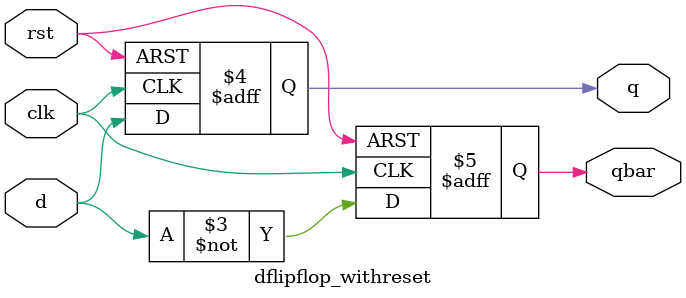
<source format=v>
module dflipflop_withreset(q, qbar, d, rst, clk);
output reg q, qbar;
input d, rst, clk;
    always@(posedge clk or negedge rst) // active low reset
    begin 
        if (~rst)
            begin
            q <= 1'b0;
            qbar <= 1'b1;
            end
        else
            begin
            q <= d;
            qbar <= ~d;
            end
    end
endmodule

</source>
